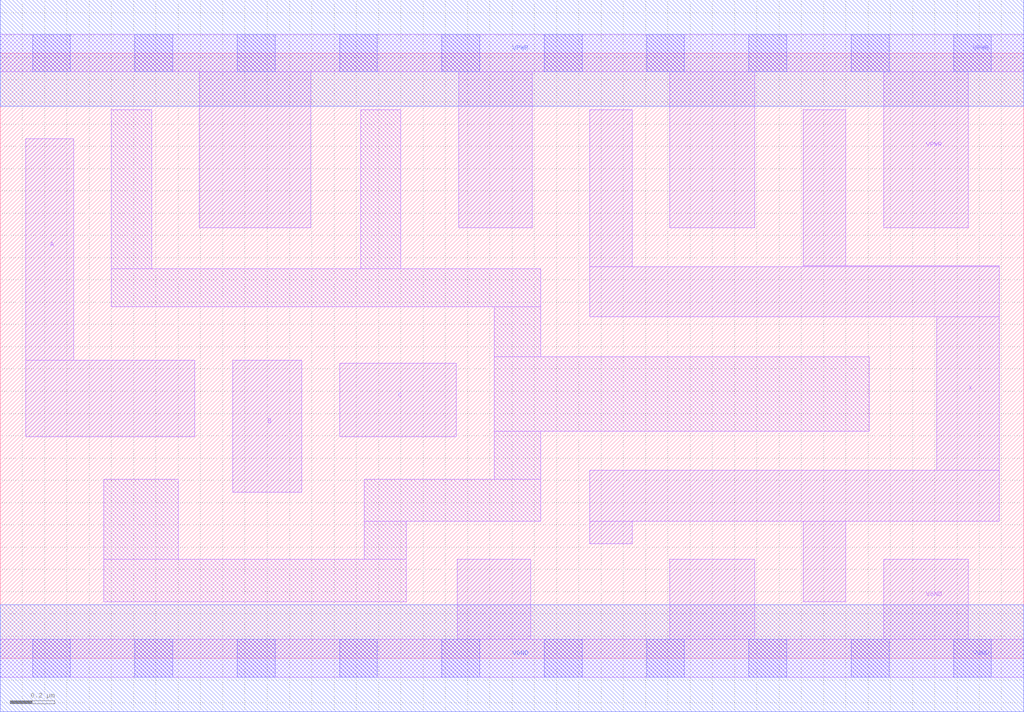
<source format=lef>
# Copyright 2020 The SkyWater PDK Authors
#
# Licensed under the Apache License, Version 2.0 (the "License");
# you may not use this file except in compliance with the License.
# You may obtain a copy of the License at
#
#     https://www.apache.org/licenses/LICENSE-2.0
#
# Unless required by applicable law or agreed to in writing, software
# distributed under the License is distributed on an "AS IS" BASIS,
# WITHOUT WARRANTIES OR CONDITIONS OF ANY KIND, either express or implied.
# See the License for the specific language governing permissions and
# limitations under the License.
#
# SPDX-License-Identifier: Apache-2.0

VERSION 5.7 ;
  NAMESCASESENSITIVE ON ;
  NOWIREEXTENSIONATPIN ON ;
  DIVIDERCHAR "/" ;
  BUSBITCHARS "[]" ;
UNITS
  DATABASE MICRONS 200 ;
END UNITS
PROPERTYDEFINITIONS
  MACRO maskLayoutSubType STRING ;
  MACRO prCellType STRING ;
  MACRO originalViewName STRING ;
END PROPERTYDEFINITIONS
MACRO sky130_fd_sc_hdll__and3_4
  CLASS CORE ;
  FOREIGN sky130_fd_sc_hdll__and3_4 ;
  ORIGIN  0.000000  0.000000 ;
  SIZE  4.600000 BY  2.720000 ;
  SYMMETRY X Y R90 ;
  SITE unithd ;
  PIN A
    ANTENNAGATEAREA  0.277500 ;
    DIRECTION INPUT ;
    USE SIGNAL ;
    PORT
      LAYER li1 ;
        RECT 0.115000 0.995000 0.875000 1.340000 ;
        RECT 0.115000 1.340000 0.330000 2.335000 ;
    END
  END A
  PIN B
    ANTENNAGATEAREA  0.277500 ;
    DIRECTION INPUT ;
    USE SIGNAL ;
    PORT
      LAYER li1 ;
        RECT 1.045000 0.745000 1.355000 1.340000 ;
    END
  END B
  PIN C
    ANTENNAGATEAREA  0.277500 ;
    DIRECTION INPUT ;
    USE SIGNAL ;
    PORT
      LAYER li1 ;
        RECT 1.525000 0.995000 2.050000 1.325000 ;
    END
  END C
  PIN VGND
    ANTENNADIFFAREA  0.708500 ;
    DIRECTION INOUT ;
    USE SIGNAL ;
    PORT
      LAYER li1 ;
        RECT 0.000000 -0.085000 4.600000 0.085000 ;
        RECT 2.055000  0.085000 2.385000 0.445000 ;
        RECT 3.010000  0.085000 3.390000 0.445000 ;
        RECT 3.970000  0.085000 4.350000 0.445000 ;
      LAYER mcon ;
        RECT 0.145000 -0.085000 0.315000 0.085000 ;
        RECT 0.605000 -0.085000 0.775000 0.085000 ;
        RECT 1.065000 -0.085000 1.235000 0.085000 ;
        RECT 1.525000 -0.085000 1.695000 0.085000 ;
        RECT 1.985000 -0.085000 2.155000 0.085000 ;
        RECT 2.445000 -0.085000 2.615000 0.085000 ;
        RECT 2.905000 -0.085000 3.075000 0.085000 ;
        RECT 3.365000 -0.085000 3.535000 0.085000 ;
        RECT 3.825000 -0.085000 3.995000 0.085000 ;
        RECT 4.285000 -0.085000 4.455000 0.085000 ;
      LAYER met1 ;
        RECT 0.000000 -0.240000 4.600000 0.240000 ;
    END
  END VGND
  PIN VPWR
    ANTENNADIFFAREA  1.435000 ;
    DIRECTION INOUT ;
    USE SIGNAL ;
    PORT
      LAYER li1 ;
        RECT 0.000000 2.635000 4.600000 2.805000 ;
        RECT 0.895000 1.935000 1.395000 2.635000 ;
        RECT 2.060000 1.935000 2.390000 2.635000 ;
        RECT 3.010000 1.935000 3.390000 2.635000 ;
        RECT 3.970000 1.935000 4.350000 2.635000 ;
      LAYER mcon ;
        RECT 0.145000 2.635000 0.315000 2.805000 ;
        RECT 0.605000 2.635000 0.775000 2.805000 ;
        RECT 1.065000 2.635000 1.235000 2.805000 ;
        RECT 1.525000 2.635000 1.695000 2.805000 ;
        RECT 1.985000 2.635000 2.155000 2.805000 ;
        RECT 2.445000 2.635000 2.615000 2.805000 ;
        RECT 2.905000 2.635000 3.075000 2.805000 ;
        RECT 3.365000 2.635000 3.535000 2.805000 ;
        RECT 3.825000 2.635000 3.995000 2.805000 ;
        RECT 4.285000 2.635000 4.455000 2.805000 ;
      LAYER met1 ;
        RECT 0.000000 2.480000 4.600000 2.960000 ;
    END
  END VPWR
  PIN X
    ANTENNADIFFAREA  1.061500 ;
    DIRECTION OUTPUT ;
    USE SIGNAL ;
    PORT
      LAYER li1 ;
        RECT 2.650000 0.515000 2.840000 0.615000 ;
        RECT 2.650000 0.615000 4.490000 0.845000 ;
        RECT 2.650000 1.535000 4.490000 1.760000 ;
        RECT 2.650000 1.760000 2.840000 2.465000 ;
        RECT 3.610000 0.255000 3.800000 0.615000 ;
        RECT 3.610000 1.760000 4.490000 1.765000 ;
        RECT 3.610000 1.765000 3.800000 2.465000 ;
        RECT 4.210000 0.845000 4.490000 1.535000 ;
    END
  END X
  OBS
    LAYER li1 ;
      RECT 0.465000 0.255000 1.825000 0.445000 ;
      RECT 0.465000 0.445000 0.800000 0.805000 ;
      RECT 0.500000 1.580000 2.430000 1.750000 ;
      RECT 0.500000 1.750000 0.680000 2.465000 ;
      RECT 1.620000 1.750000 1.800000 2.465000 ;
      RECT 1.635000 0.445000 1.825000 0.615000 ;
      RECT 1.635000 0.615000 2.430000 0.805000 ;
      RECT 2.220000 0.805000 2.430000 1.020000 ;
      RECT 2.220000 1.020000 3.905000 1.355000 ;
      RECT 2.220000 1.355000 2.430000 1.580000 ;
  END
  PROPERTY maskLayoutSubType "abstract" ;
  PROPERTY prCellType "standard" ;
  PROPERTY originalViewName "layout" ;
END sky130_fd_sc_hdll__and3_4

</source>
